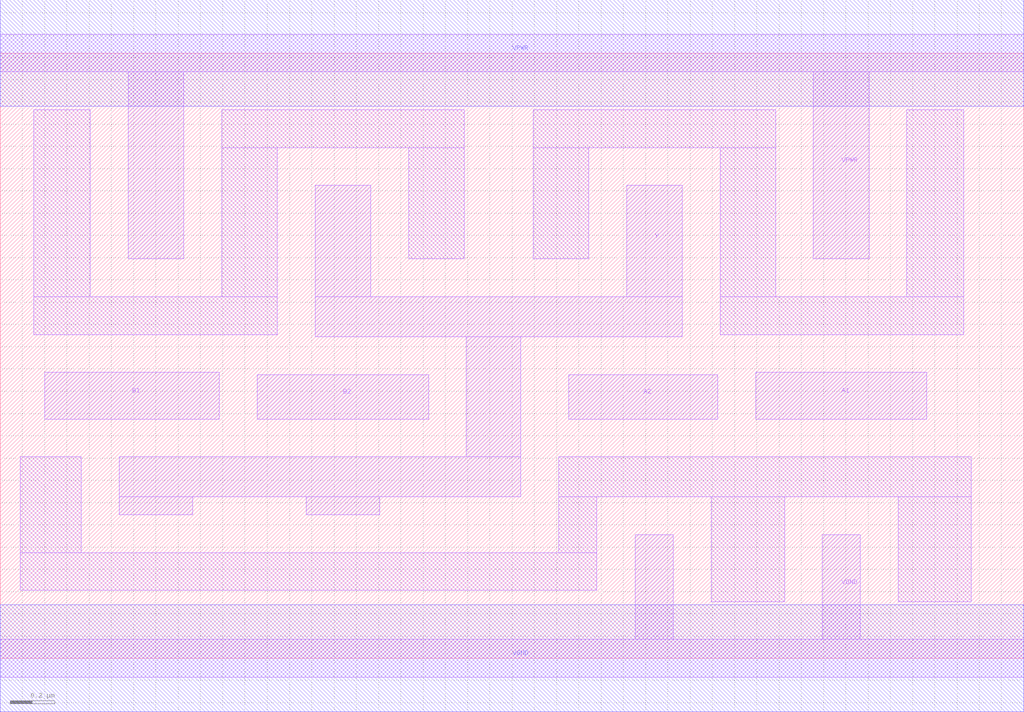
<source format=lef>
# Copyright 2020 The SkyWater PDK Authors
#
# Licensed under the Apache License, Version 2.0 (the "License");
# you may not use this file except in compliance with the License.
# You may obtain a copy of the License at
#
#     https://www.apache.org/licenses/LICENSE-2.0
#
# Unless required by applicable law or agreed to in writing, software
# distributed under the License is distributed on an "AS IS" BASIS,
# WITHOUT WARRANTIES OR CONDITIONS OF ANY KIND, either express or implied.
# See the License for the specific language governing permissions and
# limitations under the License.
#
# SPDX-License-Identifier: Apache-2.0

VERSION 5.5 ;
NAMESCASESENSITIVE ON ;
BUSBITCHARS "[]" ;
DIVIDERCHAR "/" ;
MACRO sky130_fd_sc_hd__o22ai_2
  CLASS CORE ;
  SOURCE USER ;
  ORIGIN  0.000000  0.000000 ;
  SIZE  4.600000 BY  2.720000 ;
  SYMMETRY X Y R90 ;
  SITE unithd ;
  PIN A1
    ANTENNAGATEAREA  0.495000 ;
    DIRECTION INPUT ;
    USE SIGNAL ;
    PORT
      LAYER li1 ;
        RECT 3.395000 1.075000 4.165000 1.285000 ;
    END
  END A1
  PIN A2
    ANTENNAGATEAREA  0.495000 ;
    DIRECTION INPUT ;
    USE SIGNAL ;
    PORT
      LAYER li1 ;
        RECT 2.555000 1.075000 3.225000 1.275000 ;
    END
  END A2
  PIN B1
    ANTENNAGATEAREA  0.495000 ;
    DIRECTION INPUT ;
    USE SIGNAL ;
    PORT
      LAYER li1 ;
        RECT 0.200000 1.075000 0.985000 1.285000 ;
    END
  END B1
  PIN B2
    ANTENNAGATEAREA  0.495000 ;
    DIRECTION INPUT ;
    USE SIGNAL ;
    PORT
      LAYER li1 ;
        RECT 1.155000 1.075000 1.925000 1.275000 ;
    END
  END B2
  PIN Y
    ANTENNADIFFAREA  0.891000 ;
    DIRECTION OUTPUT ;
    USE SIGNAL ;
    PORT
      LAYER li1 ;
        RECT 0.535000 0.645000 0.865000 0.725000 ;
        RECT 0.535000 0.725000 2.340000 0.905000 ;
        RECT 1.375000 0.645000 1.705000 0.725000 ;
        RECT 1.415000 1.445000 3.065000 1.625000 ;
        RECT 1.415000 1.625000 1.665000 2.125000 ;
        RECT 2.095000 0.905000 2.340000 1.445000 ;
        RECT 2.815000 1.625000 3.065000 2.125000 ;
    END
  END Y
  PIN VGND
    DIRECTION INOUT ;
    SHAPE ABUTMENT ;
    USE GROUND ;
    PORT
      LAYER li1 ;
        RECT 0.000000 -0.085000 4.600000 0.085000 ;
        RECT 2.855000  0.085000 3.025000 0.555000 ;
        RECT 3.695000  0.085000 3.865000 0.555000 ;
    END
    PORT
      LAYER met1 ;
        RECT 0.000000 -0.240000 4.600000 0.240000 ;
    END
  END VGND
  PIN VNB
    DIRECTION INOUT ;
    USE GROUND ;
    PORT
    END
  END VNB
  PIN VPB
    DIRECTION INOUT ;
    USE POWER ;
    PORT
    END
  END VPB
  PIN VPWR
    DIRECTION INOUT ;
    SHAPE ABUTMENT ;
    USE POWER ;
    PORT
      LAYER li1 ;
        RECT 0.000000 2.635000 4.600000 2.805000 ;
        RECT 0.575000 1.795000 0.825000 2.635000 ;
        RECT 3.655000 1.795000 3.905000 2.635000 ;
    END
    PORT
      LAYER met1 ;
        RECT 0.000000 2.480000 4.600000 2.960000 ;
    END
  END VPWR
  OBS
    LAYER li1 ;
      RECT 0.090000 0.305000 2.680000 0.475000 ;
      RECT 0.090000 0.475000 0.365000 0.905000 ;
      RECT 0.150000 1.455000 1.245000 1.625000 ;
      RECT 0.150000 1.625000 0.405000 2.465000 ;
      RECT 0.995000 1.625000 1.245000 2.295000 ;
      RECT 0.995000 2.295000 2.085000 2.465000 ;
      RECT 1.835000 1.795000 2.085000 2.295000 ;
      RECT 2.395000 1.795000 2.645000 2.295000 ;
      RECT 2.395000 2.295000 3.485000 2.465000 ;
      RECT 2.510000 0.475000 2.680000 0.725000 ;
      RECT 2.510000 0.725000 4.365000 0.905000 ;
      RECT 3.195000 0.255000 3.525000 0.725000 ;
      RECT 3.235000 1.455000 4.330000 1.625000 ;
      RECT 3.235000 1.625000 3.485000 2.295000 ;
      RECT 4.035000 0.255000 4.365000 0.725000 ;
      RECT 4.075000 1.625000 4.330000 2.465000 ;
  END
END sky130_fd_sc_hd__o22ai_2
END LIBRARY

</source>
